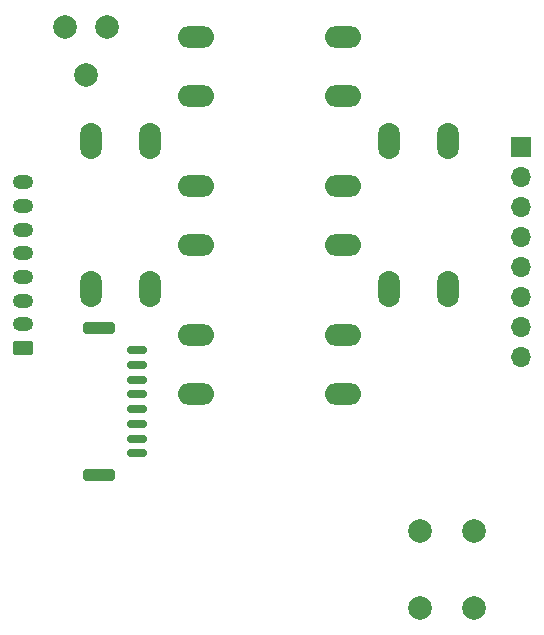
<source format=gbr>
%TF.GenerationSoftware,KiCad,Pcbnew,(6.0.9)*%
%TF.CreationDate,2023-01-09T21:15:12+09:00*%
%TF.ProjectId,monitor_control_board,6d6f6e69-746f-4725-9f63-6f6e74726f6c,rev?*%
%TF.SameCoordinates,PX7acff10PY74ffa90*%
%TF.FileFunction,Soldermask,Bot*%
%TF.FilePolarity,Negative*%
%FSLAX46Y46*%
G04 Gerber Fmt 4.6, Leading zero omitted, Abs format (unit mm)*
G04 Created by KiCad (PCBNEW (6.0.9)) date 2023-01-09 21:15:12*
%MOMM*%
%LPD*%
G01*
G04 APERTURE LIST*
G04 Aperture macros list*
%AMRoundRect*
0 Rectangle with rounded corners*
0 $1 Rounding radius*
0 $2 $3 $4 $5 $6 $7 $8 $9 X,Y pos of 4 corners*
0 Add a 4 corners polygon primitive as box body*
4,1,4,$2,$3,$4,$5,$6,$7,$8,$9,$2,$3,0*
0 Add four circle primitives for the rounded corners*
1,1,$1+$1,$2,$3*
1,1,$1+$1,$4,$5*
1,1,$1+$1,$6,$7*
1,1,$1+$1,$8,$9*
0 Add four rect primitives between the rounded corners*
20,1,$1+$1,$2,$3,$4,$5,0*
20,1,$1+$1,$4,$5,$6,$7,0*
20,1,$1+$1,$6,$7,$8,$9,0*
20,1,$1+$1,$8,$9,$2,$3,0*%
G04 Aperture macros list end*
%ADD10R,1.700000X1.700000*%
%ADD11O,1.700000X1.700000*%
%ADD12O,1.850000X3.048000*%
%ADD13C,2.000000*%
%ADD14O,3.048000X1.850000*%
%ADD15O,1.750000X1.200000*%
%ADD16RoundRect,0.250000X0.625000X-0.350000X0.625000X0.350000X-0.625000X0.350000X-0.625000X-0.350000X0*%
%ADD17RoundRect,0.150000X0.700000X-0.150000X0.700000X0.150000X-0.700000X0.150000X-0.700000X-0.150000X0*%
%ADD18RoundRect,0.250000X1.100000X-0.250000X1.100000X0.250000X-1.100000X0.250000X-1.100000X-0.250000X0*%
G04 APERTURE END LIST*
D10*
%TO.C,J2*%
X46228000Y45720000D03*
D11*
X46228000Y43180000D03*
X46228000Y40640000D03*
X46228000Y38100000D03*
X46228000Y35560000D03*
X46228000Y33020000D03*
X46228000Y30480000D03*
X46228000Y27940000D03*
%TD*%
D12*
%TO.C,SW1*%
X9754000Y33698000D03*
X9754000Y46198000D03*
X14754000Y33698000D03*
X14754000Y46198000D03*
%TD*%
D13*
%TO.C,SW6*%
X37684000Y13168000D03*
X37684000Y6668000D03*
X42184000Y6668000D03*
X42184000Y13168000D03*
%TD*%
%TO.C,TP1*%
X11176000Y55880000D03*
%TD*%
D12*
%TO.C,SW5*%
X40054000Y33708000D03*
X40054000Y46208000D03*
X35054000Y46208000D03*
X35054000Y33708000D03*
%TD*%
D13*
%TO.C,TP3*%
X7620000Y55880000D03*
%TD*%
%TO.C,TP2*%
X9398000Y51816000D03*
%TD*%
D14*
%TO.C,SW4*%
X18644000Y24778000D03*
X31144000Y24778000D03*
X31144000Y29778000D03*
X18644000Y29778000D03*
%TD*%
%TO.C,SW2*%
X31174000Y55058000D03*
X18674000Y55058000D03*
X31174000Y50058000D03*
X18674000Y50058000D03*
%TD*%
%TO.C,SW3*%
X18674000Y42428800D03*
X31174000Y42428800D03*
X31174000Y37428800D03*
X18674000Y37428800D03*
%TD*%
D15*
%TO.C,J3*%
X4064000Y42702000D03*
X4064000Y40702000D03*
X4064000Y38702000D03*
X4064000Y36702000D03*
X4064000Y34702000D03*
X4064000Y32702000D03*
X4064000Y30702000D03*
D16*
X4064000Y28702000D03*
%TD*%
D17*
%TO.C,J1*%
X13711800Y19755000D03*
X13711800Y21005000D03*
X13711800Y22255000D03*
X13711800Y23505000D03*
X13711800Y24755000D03*
X13711800Y26005000D03*
X13711800Y27255000D03*
X13711800Y28505000D03*
D18*
X10511800Y30355000D03*
X10511800Y17905000D03*
%TD*%
M02*

</source>
